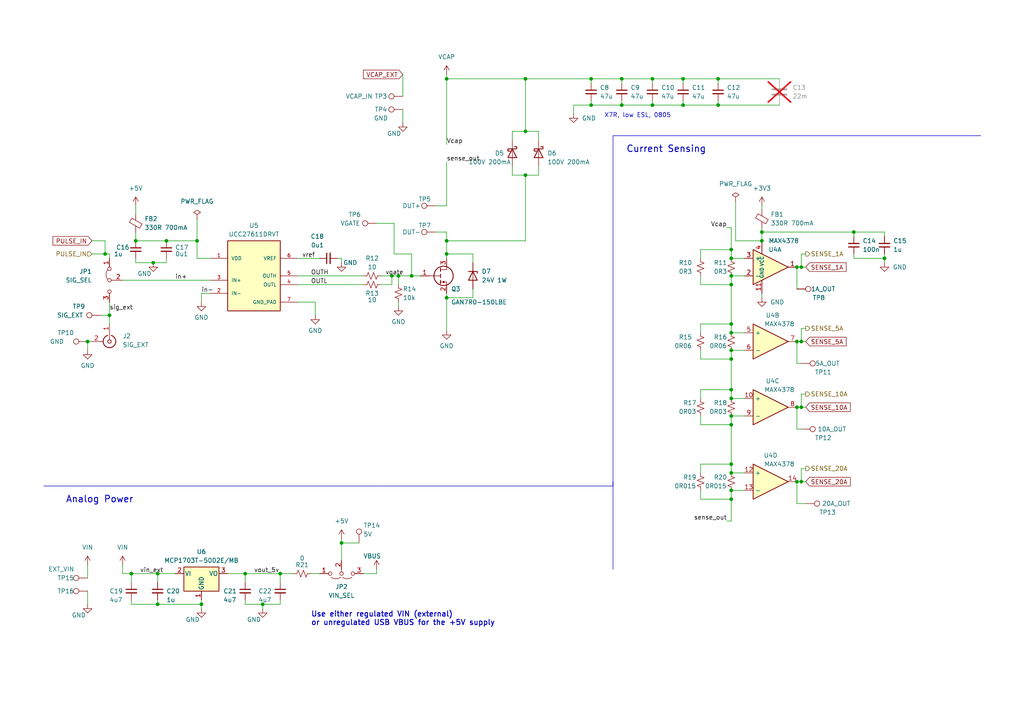
<source format=kicad_sch>
(kicad_sch (version 20231120) (generator "eeschema") (generator_version "8.0")
  (paper "A4")
  (lib_symbols
    (symbol "Connector:Conn_Coaxial" (pin_names (offset 1.016) hide)
      (property "Reference" "J" (at 0.254 3.048 0))
      (property "Value" "Conn_Coaxial" (at 2.921 0 90))
      (symbol "Conn_Coaxial_0_1"
        (arc (start -1.778 -0.508) (mid 0.2311 -1.8066) (end 1.778 0) (stroke (width 0.254)))
        (polyline (pts (xy -2.54 0) (xy -0.508 0)))
        (polyline (pts (xy 0 -2.54) (xy 0 -1.778)))
        (circle (center 0 0) (radius 0.508) (stroke (width 0.2032)))
        (arc (start 1.778 0) (mid 0.2099 1.8101) (end -1.778 0.508) (stroke (width 0.254)))
      )
      (symbol "Conn_Coaxial_1_1"
        (pin passive line (at -5.08 0 0) (length 2.54) (name "In") (number "1"))
        (pin passive line (at 0 -5.08 90) (length 2.54) (name "Ext") (number "2"))
      )
    )
    (symbol "Connector:TestPoint" (pin_numbers hide) (pin_names (offset 0.762) hide)
      (property "Reference" "TP" (at 0 6.858 0))
      (property "Value" "TestPoint" (at 0 5.08 0))
      (symbol "TestPoint_0_1"
        (circle (center 0 3.302) (radius 0.762))
      )
      (symbol "TestPoint_1_1"
        (pin passive line (at 0 0 90) (length 2.54) (name "1") (number "1"))
      )
    )
    (symbol "DW_custom_symbols:GAN7R0-150LBE" (pin_names hide)
      (property "Reference" "Q" (at 5.08 1.905 0))
      (property "Value" "GAN7R0-150LBE" (at 5.08 0 0))
      (symbol "GAN7R0-150LBE_0_1"
        (polyline (pts (xy 0.635 0) (xy -2.54 0)))
        (polyline (pts (xy 0.762 -1.27) (xy 0.762 -2.286)) (stroke (width 0.254)))
        (polyline (pts (xy 0.762 0.508) (xy 0.762 -0.508)) (stroke (width 0.254)))
        (polyline (pts (xy 0.762 2.286) (xy 0.762 1.27)) (stroke (width 0.254)))
        (polyline (pts (xy 2.54 1.778) (xy 0.762 1.778)))
        (polyline (pts (xy 2.54 2.54) (xy 2.54 1.778)))
        (polyline (pts (xy 0.762 -1.778) (xy 2.54 -1.778) (xy 2.54 -5.08)))
        (circle (center 1.651 0) (radius 2.794) (stroke (width 0.254)))
      )
      (symbol "GAN7R0-150LBE_1_1"
        (polyline (pts (xy 1.524 -1.524) (xy 2.032 -1.778) (xy 1.524 -2.032) (xy 1.524 -1.524)) (fill (type outline)))
        (pin input line (at -5.08 0 0) (length 2.54) (name "G") (number "1"))
        (pin passive line (at 2.54 -5.08 90) (length 2.54) (name "S") (number "2"))
        (pin passive line (at 2.54 5.08 270) (length 2.54) (name "D") (number "3"))
      )
    )
    (symbol "DW_custom_symbols:MAX4378"
      (property "Reference" "U" (at -10.16 1.27 0))
      (symbol "MAX4378_0_1"
        (polyline (pts (xy 6.35 -1.27) (xy -3.81 3.81) (xy -3.81 -6.35) (xy 6.35 -1.27)) (stroke (width 0.254)) (fill (type background)))
      )
      (symbol "MAX4378_1_1"
        (pin output line (at 8.89 -1.27 180) (length 2.54) (name "~") (number "1"))
        (pin power_in line (at -1.27 -8.89 90) (length 3.81) (name "GND") (number "11"))
        (pin input line (at -6.35 -3.81 0) (length 2.54) (name "-") (number "2"))
        (pin input line (at -6.35 1.27 0) (length 2.54) (name "+") (number "3"))
        (pin power_in line (at -1.27 6.35 270) (length 3.81) (name "VCC") (number "4"))
      )
      (symbol "MAX4378_2_1"
        (pin input line (at -6.35 1.27 0) (length 2.54) (name "+") (number "5"))
        (pin input line (at -6.35 -3.81 0) (length 2.54) (name "-") (number "6"))
        (pin output line (at 8.89 -1.27 180) (length 2.54) (name "") (number "7"))
      )
      (symbol "MAX4378_3_1"
        (pin input line (at -6.35 1.27 0) (length 2.54) (name "+") (number "10"))
        (pin output line (at 8.89 -1.27 180) (length 2.54) (name "") (number "8"))
        (pin input line (at -6.35 -3.81 0) (length 2.54) (name "-") (number "9"))
      )
      (symbol "MAX4378_4_1"
        (pin input line (at -6.35 1.27 0) (length 2.54) (name "+") (number "12"))
        (pin input line (at -6.35 -3.81 0) (length 2.54) (name "-") (number "13"))
        (pin output line (at 8.89 -1.27 180) (length 2.54) (name "") (number "14"))
      )
    )
    (symbol "DW_custom_symbols:UCC27611DRVT" (pin_names (offset 1.016))
      (property "Reference" "U" (at -12.7 11.16 0))
      (property "Value" "UCC27611DRVT" (at -12.7 -14.16 0))
      (symbol "UCC27611DRVT_0_0"
        (rectangle (start -7.62 10.16) (end 7.62 -10.16) (stroke (width 0.254)) (fill (type background)))
        (pin power_in line (at -12.7 5.08 0) (length 5.08) (name "VDD") (number "1"))
        (pin input line (at -12.7 -5.08 0) (length 5.08) (name "IN-") (number "2"))
        (pin input line (at -12.7 -1.27 0) (length 5.08) (name "IN+") (number "3"))
        (pin output line (at 12.7 -2.54 180) (length 5.08) (name "OUTL") (number "4"))
        (pin output line (at 12.7 0 180) (length 5.08) (name "OUTH") (number "5"))
        (pin output line (at 12.7 5.08 180) (length 5.08) (name "VREF") (number "6"))
        (pin power_in line (at 12.7 -7.62 180) (length 5.08) (name "GND_PAD") (number "7"))
      )
    )
    (symbol "DW_custom_symbols:VIN" (power) (pin_names (offset 0))
      (property "Value" "VIN" (at 0 6.35 0))
      (symbol "VIN_0_1"
        (polyline (pts (xy -0.762 1.27) (xy 0 2.54)))
        (polyline (pts (xy 0 0) (xy 0 2.54)))
        (polyline (pts (xy 0 2.54) (xy 0.762 1.27)))
      )
      (symbol "VIN_1_1"
        (pin power_in line (at 0 0 90) (length 0) hide (name "VIN") (number "1"))
      )
    )
    (symbol "Device:C" (pin_numbers hide) (pin_names (offset 0.254))
      (property "Reference" "C" (at 0.635 2.54 0))
      (property "Value" "C" (at 0.635 -2.54 0))
      (symbol "C_0_1"
        (polyline (pts (xy -2.032 -0.762) (xy 2.032 -0.762)) (stroke (width 0.508)))
        (polyline (pts (xy -2.032 0.762) (xy 2.032 0.762)) (stroke (width 0.508)))
      )
      (symbol "C_1_1"
        (pin passive line (at 0 3.81 270) (length 2.794) (name "~") (number "1"))
        (pin passive line (at 0 -3.81 90) (length 2.794) (name "~") (number "2"))
      )
    )
    (symbol "Device:C_Small" (pin_numbers hide) (pin_names (offset 0.254) hide)
      (property "Reference" "C" (at 0.254 1.778 0))
      (property "Value" "C_Small" (at 0.254 -2.032 0))
      (symbol "C_Small_0_1"
        (polyline (pts (xy -1.524 -0.508) (xy 1.524 -0.508)) (stroke (width 0.3302)))
        (polyline (pts (xy -1.524 0.508) (xy 1.524 0.508)) (stroke (width 0.3048)))
      )
      (symbol "C_Small_1_1"
        (pin passive line (at 0 2.54 270) (length 2.032) (name "~") (number "1"))
        (pin passive line (at 0 -2.54 90) (length 2.032) (name "~") (number "2"))
      )
    )
    (symbol "Device:D_Schottky" (pin_numbers hide) (pin_names (offset 1.016) hide)
      (property "Reference" "D" (at 0 2.54 0))
      (property "Value" "D_Schottky" (at 0 -2.54 0))
      (symbol "D_Schottky_0_1"
        (polyline (pts (xy 1.27 0) (xy -1.27 0)))
        (polyline (pts (xy 1.27 1.27) (xy 1.27 -1.27) (xy -1.27 0) (xy 1.27 1.27)) (stroke (width 0.254)))
        (polyline (pts (xy -1.905 0.635) (xy -1.905 1.27) (xy -1.27 1.27) (xy -1.27 -1.27) (xy -0.635 -1.27) (xy -0.635 -0.635)) (stroke (width 0.254)))
      )
      (symbol "D_Schottky_1_1"
        (pin passive line (at -3.81 0 0) (length 2.54) (name "K") (number "1"))
        (pin passive line (at 3.81 0 180) (length 2.54) (name "A") (number "2"))
      )
    )
    (symbol "Device:D_Zener" (pin_numbers hide) (pin_names (offset 1.016) hide)
      (property "Reference" "D" (at 0 2.54 0))
      (property "Value" "D_Zener" (at 0 -2.54 0))
      (symbol "D_Zener_0_1"
        (polyline (pts (xy 1.27 0) (xy -1.27 0)))
        (polyline (pts (xy -1.27 -1.27) (xy -1.27 1.27) (xy -0.762 1.27)) (stroke (width 0.254)))
        (polyline (pts (xy 1.27 -1.27) (xy 1.27 1.27) (xy -1.27 0) (xy 1.27 -1.27)) (stroke (width 0.254)))
      )
      (symbol "D_Zener_1_1"
        (pin passive line (at -3.81 0 0) (length 2.54) (name "K") (number "1"))
        (pin passive line (at 3.81 0 180) (length 2.54) (name "A") (number "2"))
      )
    )
    (symbol "Device:FerriteBead_Small" (pin_numbers hide) (pin_names (offset 0))
      (property "Reference" "FB" (at 1.905 1.27 0))
      (property "Value" "FerriteBead_Small" (at 1.905 -1.27 0))
      (symbol "FerriteBead_Small_0_1"
        (polyline (pts (xy 0 -1.27) (xy 0 -0.7874)))
        (polyline (pts (xy 0 0.889) (xy 0 1.2954)))
        (polyline (pts (xy -1.8288 0.2794) (xy -1.1176 1.4986) (xy 1.8288 -0.2032) (xy 1.1176 -1.4224) (xy -1.8288 0.2794)))
      )
      (symbol "FerriteBead_Small_1_1"
        (pin passive line (at 0 2.54 270) (length 1.27) (name "~") (number "1"))
        (pin passive line (at 0 -2.54 90) (length 1.27) (name "~") (number "2"))
      )
    )
    (symbol "Device:R_Small_US" (pin_numbers hide) (pin_names (offset 0.254) hide)
      (property "Reference" "R" (at 0.762 0.508 0))
      (property "Value" "R_Small_US" (at 0.762 -1.016 0))
      (symbol "R_Small_US_1_1"
        (polyline (pts (xy 0 0) (xy 1.016 -0.381) (xy 0 -0.762) (xy -1.016 -1.143) (xy 0 -1.524)))
        (polyline (pts (xy 0 1.524) (xy 1.016 1.143) (xy 0 0.762) (xy -1.016 0.381) (xy 0 0)))
        (pin passive line (at 0 2.54 270) (length 1.016) (name "~") (number "1"))
        (pin passive line (at 0 -2.54 90) (length 1.016) (name "~") (number "2"))
      )
    )
    (symbol "Jumper:Jumper_3_Bridged12" (pin_names (offset 0) hide)
      (property "Reference" "JP" (at -2.54 -2.54 0))
      (property "Value" "Jumper_3_Bridged12" (at 0 2.794 0))
      (symbol "Jumper_3_Bridged12_0_0"
        (circle (center -3.302 0) (radius 0.508))
        (circle (center 0 0) (radius 0.508))
        (circle (center 3.302 0) (radius 0.508))
      )
      (symbol "Jumper_3_Bridged12_0_1"
        (arc (start -0.254 0.508) (mid -1.651 0.9912) (end -3.048 0.508))
        (polyline (pts (xy 0 -1.27) (xy 0 -0.508)))
      )
      (symbol "Jumper_3_Bridged12_1_1"
        (pin passive line (at -6.35 0 0) (length 2.54) (name "A") (number "1"))
        (pin passive line (at 0 -3.81 90) (length 2.54) (name "C") (number "2"))
        (pin passive line (at 6.35 0 180) (length 2.54) (name "B") (number "3"))
      )
    )
    (symbol "Jumper:Jumper_3_Open" (pin_names (offset 0) hide)
      (property "Reference" "JP" (at -2.54 -2.54 0))
      (property "Value" "Jumper_3_Open" (at 0 2.794 0))
      (symbol "Jumper_3_Open_0_0"
        (circle (center -3.302 0) (radius 0.508))
        (circle (center 0 0) (radius 0.508))
        (circle (center 3.302 0) (radius 0.508))
      )
      (symbol "Jumper_3_Open_0_1"
        (arc (start -0.254 1.016) (mid -1.651 1.4992) (end -3.048 1.016))
        (polyline (pts (xy 0 -0.508) (xy 0 -1.27)))
        (arc (start 3.048 1.016) (mid 1.651 1.4992) (end 0.254 1.016))
      )
      (symbol "Jumper_3_Open_1_1"
        (pin passive line (at -6.35 0 0) (length 2.54) (name "A") (number "1"))
        (pin passive line (at 0 -3.81 90) (length 2.54) (name "C") (number "2"))
        (pin passive line (at 6.35 0 180) (length 2.54) (name "B") (number "3"))
      )
    )
    (symbol "Regulator_Linear:MCP1703Ax-500xxMB" (pin_names (offset 0.254))
      (property "Reference" "U" (at -3.81 3.175 0))
      (property "Value" "MCP1703Ax-500xxMB" (at 0 3.175 0))
      (symbol "MCP1703Ax-500xxMB_0_1"
        (rectangle (start -5.08 -5.08) (end 5.08 1.905) (stroke (width 0.254)) (fill (type background)))
      )
      (symbol "MCP1703Ax-500xxMB_1_1"
        (pin power_in line (at 0 -7.62 90) (length 2.54) (name "GND") (number "1"))
        (pin power_in line (at -7.62 0 0) (length 2.54) (name "VI") (number "2"))
        (pin power_out line (at 7.62 0 180) (length 2.54) (name "VO") (number "3"))
      )
    )
    (symbol "VBUS_1" (power) (pin_names (offset 0))
      (property "Value" "VBUS_1" (at 0 5.08 0))
      (symbol "VBUS_1_0_1"
        (polyline (pts (xy -0.762 1.27) (xy 0 2.54)))
        (polyline (pts (xy 0 0) (xy 0 2.54)))
        (polyline (pts (xy 0 2.54) (xy 0.762 1.27)))
      )
      (symbol "VBUS_1_1_1"
        (pin power_in line (at 0 0 90) (length 0) hide (name "VCAP") (number "1"))
      )
    )
    (symbol "power:+3V3" (power) (pin_names (offset 0))
      (property "Value" "+3V3" (at 0 3.556 0))
      (symbol "+3V3_0_1"
        (polyline (pts (xy -0.762 1.27) (xy 0 2.54)))
        (polyline (pts (xy 0 0) (xy 0 2.54)))
        (polyline (pts (xy 0 2.54) (xy 0.762 1.27)))
      )
      (symbol "+3V3_1_1"
        (pin power_in line (at 0 0 90) (length 0) hide (name "+3V3") (number "1"))
      )
    )
    (symbol "power:+5V" (power) (pin_names (offset 0))
      (property "Value" "+5V" (at 0 3.556 0))
      (symbol "+5V_0_1"
        (polyline (pts (xy -0.762 1.27) (xy 0 2.54)))
        (polyline (pts (xy 0 0) (xy 0 2.54)))
        (polyline (pts (xy 0 2.54) (xy 0.762 1.27)))
      )
      (symbol "+5V_1_1"
        (pin power_in line (at 0 0 90) (length 0) hide (name "+5V") (number "1"))
      )
    )
    (symbol "power:GND" (power) (pin_names (offset 0))
      (property "Value" "GND" (at 0 -3.81 0))
      (symbol "GND_0_1"
        (polyline (pts (xy 0 0) (xy 0 -1.27) (xy 1.27 -1.27) (xy 0 -2.54) (xy -1.27 -1.27) (xy 0 -1.27)))
      )
      (symbol "GND_1_1"
        (pin power_in line (at 0 0 270) (length 0) hide (name "GND") (number "1"))
      )
    )
    (symbol "power:PWR_FLAG" (power) (pin_numbers hide) (pin_names (offset 0) hide)
      (property "Value" "PWR_FLAG" (at 0 3.81 0))
      (symbol "PWR_FLAG_0_0"
        (pin power_out line (at 0 0 90) (length 0) (name "pwr") (number "1"))
      )
      (symbol "PWR_FLAG_0_1"
        (polyline (pts (xy 0 0) (xy 0 1.27) (xy -1.016 1.905) (xy 0 2.54) (xy 1.016 1.905) (xy 0 1.27)))
      )
    )
    (symbol "power:VBUS" (power) (pin_names (offset 0))
      (property "Value" "VBUS" (at 0 3.81 0))
      (symbol "VBUS_0_1"
        (polyline (pts (xy -0.762 1.27) (xy 0 2.54)))
        (polyline (pts (xy 0 0) (xy 0 2.54)))
        (polyline (pts (xy 0 2.54) (xy 0.762 1.27)))
      )
      (symbol "VBUS_1_1"
        (pin power_in line (at 0 0 90) (length 0) hide (name "VBUS") (number "1"))
      )
    )
  )
  (junction (at 256.54 74.93))
  (junction (at 81.28 166.37))
  (junction (at 45.72 166.37))
  (junction (at 180.34 30.48))
  (junction (at 129.54 69.85))
  (junction (at 231.14 99.06))
  (junction (at 152.4 22.86))
  (junction (at 38.1 166.37))
  (junction (at 212.09 144.78))
  (junction (at 212.09 104.14))
  (junction (at 212.09 80.01))
  (junction (at 99.06 157.48))
  (junction (at 129.54 22.86))
  (junction (at 39.37 69.85))
  (junction (at 25.4 99.06))
  (junction (at 232.41 139.7))
  (junction (at 212.09 96.52))
  (junction (at 212.09 113.03))
  (junction (at 57.15 69.85))
  (junction (at 129.54 73.66))
  (junction (at 212.09 142.24))
  (junction (at 180.34 22.86))
  (junction (at 212.09 101.6))
  (junction (at 30.48 73.66))
  (junction (at 212.09 134.62))
  (junction (at 247.65 67.31))
  (junction (at 129.54 86.36))
  (junction (at 198.12 30.48))
  (junction (at 212.09 93.98))
  (junction (at 152.4 50.8))
  (junction (at 113.665 80.01))
  (junction (at 189.23 22.86))
  (junction (at 115.57 80.01))
  (junction (at 189.23 30.48))
  (junction (at 48.26 69.85))
  (junction (at 208.28 30.48))
  (junction (at 212.09 72.39))
  (junction (at 212.09 120.65))
  (junction (at 208.28 22.86))
  (junction (at 212.09 137.16))
  (junction (at 212.09 123.19))
  (junction (at 119.38 80.01))
  (junction (at 220.98 69.85))
  (junction (at 231.14 118.11))
  (junction (at 232.41 77.47))
  (junction (at 58.42 175.26))
  (junction (at 71.12 166.37))
  (junction (at 198.12 22.86))
  (junction (at 152.4 38.1))
  (junction (at 232.41 118.11))
  (junction (at 45.72 175.26))
  (junction (at 171.45 30.48))
  (junction (at 212.09 74.93))
  (junction (at 232.41 99.06))
  (junction (at 44.45 76.2))
  (junction (at 171.45 22.86))
  (junction (at 212.09 115.57))
  (junction (at 231.14 77.47))
  (junction (at 212.09 82.55))
  (junction (at 31.75 91.44))
  (junction (at 231.14 139.7))
  (junction (at 76.2 175.26))
  (junction (at 220.98 67.31))
  (wire (pts (xy 152.4 69.85) (xy 129.54 69.85)))
  (wire (pts (xy 212.09 66.04) (xy 212.09 72.39)))
  (wire (pts (xy 233.68 99.06) (xy 232.41 99.06)))
  (wire (pts (xy 189.23 30.48) (xy 180.34 30.48)))
  (wire (pts (xy 212.09 120.65) (xy 212.09 123.19)))
  (wire (pts (xy 152.4 22.86) (xy 171.45 22.86)))
  (wire (pts (xy 110.49 82.55) (xy 113.665 82.55)))
  (wire (pts (xy 39.37 59.69) (xy 39.37 62.23)))
  (wire (pts (xy 148.59 50.8) (xy 152.4 50.8)))
  (wire (pts (xy 166.37 30.48) (xy 166.37 33.02)))
  (wire (pts (xy 180.34 22.86) (xy 180.34 24.13)))
  (wire (pts (xy 220.98 85.09) (xy 220.98 86.36)))
  (wire (pts (xy 148.59 38.1) (xy 152.4 38.1)))
  (wire (pts (xy 109.22 64.77) (xy 114.3 64.77)))
  (polyline (pts (xy 284.48 39.37) (xy 177.8 39.37)))
  (wire (pts (xy 203.2 123.19) (xy 212.09 123.19)))
  (wire (pts (xy 231.14 77.47) (xy 231.14 83.82)))
  (wire (pts (xy 220.98 67.31) (xy 220.98 69.85)))
  (wire (pts (xy 38.1 166.37) (xy 38.1 168.91)))
  (wire (pts (xy 114.3 64.77) (xy 114.3 73.66)))
  (wire (pts (xy 148.59 48.26) (xy 148.59 50.8)))
  (wire (pts (xy 180.34 29.21) (xy 180.34 30.48)))
  (wire (pts (xy 115.57 88.9) (xy 115.57 87.63)))
  (wire (pts (xy 212.09 123.19) (xy 212.09 134.62)))
  (wire (pts (xy 76.2 175.26) (xy 81.28 175.26)))
  (wire (pts (xy 26.67 73.66) (xy 30.48 73.66)))
  (wire (pts (xy 203.2 72.39) (xy 212.09 72.39)))
  (wire (pts (xy 232.41 135.89) (xy 232.41 139.7)))
  (wire (pts (xy 203.2 113.03) (xy 212.09 113.03)))
  (wire (pts (xy 58.42 173.99) (xy 58.42 175.26)))
  (wire (pts (xy 232.41 99.06) (xy 231.14 99.06)))
  (wire (pts (xy 99.06 156.21) (xy 99.06 157.48)))
  (wire (pts (xy 208.28 30.48) (xy 226.06 30.48)))
  (wire (pts (xy 198.12 29.21) (xy 198.12 30.48)))
  (wire (pts (xy 44.45 76.2) (xy 48.26 76.2)))
  (wire (pts (xy 232.41 95.25) (xy 232.41 99.06)))
  (wire (pts (xy 171.45 22.86) (xy 171.45 24.13)))
  (wire (pts (xy 203.2 115.57) (xy 203.2 113.03)))
  (wire (pts (xy 171.45 30.48) (xy 166.37 30.48)))
  (wire (pts (xy 212.09 104.14) (xy 212.09 113.03)))
  (wire (pts (xy 212.09 93.98) (xy 212.09 96.52)))
  (wire (pts (xy 203.2 101.6) (xy 203.2 104.14)))
  (wire (pts (xy 152.4 50.8) (xy 152.4 69.85)))
  (wire (pts (xy 212.09 82.55) (xy 212.09 93.98)))
  (wire (pts (xy 208.28 22.86) (xy 226.06 22.86)))
  (wire (pts (xy 129.54 46.99) (xy 129.54 59.69)))
  (wire (pts (xy 212.09 72.39) (xy 212.09 74.93)))
  (wire (pts (xy 119.38 73.66) (xy 119.38 80.01)))
  (wire (pts (xy 189.23 22.86) (xy 198.12 22.86)))
  (wire (pts (xy 210.82 66.04) (xy 212.09 66.04)))
  (wire (pts (xy 212.09 137.16) (xy 215.9 137.16)))
  (wire (pts (xy 81.28 173.99) (xy 81.28 175.26)))
  (wire (pts (xy 81.28 166.37) (xy 81.28 168.91)))
  (wire (pts (xy 137.16 83.82) (xy 137.16 86.36)))
  (wire (pts (xy 212.09 80.01) (xy 212.09 82.55)))
  (wire (pts (xy 208.28 22.86) (xy 198.12 22.86)))
  (wire (pts (xy 233.68 118.11) (xy 232.41 118.11)))
  (wire (pts (xy 232.41 73.66) (xy 232.41 77.47)))
  (wire (pts (xy 156.21 38.1) (xy 156.21 40.64)))
  (wire (pts (xy 129.54 73.66) (xy 137.16 73.66)))
  (wire (pts (xy 66.04 166.37) (xy 71.12 166.37)))
  (wire (pts (xy 232.41 77.47) (xy 231.14 77.47)))
  (wire (pts (xy 35.56 166.37) (xy 38.1 166.37)))
  (wire (pts (xy 203.2 120.65) (xy 203.2 123.19)))
  (wire (pts (xy 113.665 82.55) (xy 113.665 80.01)))
  (wire (pts (xy 25.4 99.06) (xy 26.67 99.06)))
  (wire (pts (xy 232.41 105.41) (xy 231.14 105.41)))
  (wire (pts (xy 115.57 80.01) (xy 115.57 82.55)))
  (wire (pts (xy 189.23 29.21) (xy 189.23 30.48)))
  (wire (pts (xy 57.15 74.93) (xy 57.15 69.85)))
  (wire (pts (xy 30.48 73.66) (xy 31.75 73.66)))
  (wire (pts (xy 39.37 76.2) (xy 44.45 76.2)))
  (wire (pts (xy 25.4 101.6) (xy 25.4 99.06)))
  (wire (pts (xy 233.68 73.66) (xy 232.41 73.66)))
  (wire (pts (xy 198.12 22.86) (xy 198.12 24.13)))
  (wire (pts (xy 233.68 95.25) (xy 232.41 95.25)))
  (wire (pts (xy 126.365 67.31) (xy 129.54 67.31)))
  (wire (pts (xy 58.42 87.63) (xy 58.42 85.09)))
  (polyline (pts (xy 177.8 140.97) (xy 177.8 139.7)))
  (wire (pts (xy 152.4 22.86) (xy 152.4 38.1)))
  (wire (pts (xy 71.12 175.26) (xy 76.2 175.26)))
  (wire (pts (xy 25.4 171.45) (xy 25.4 175.26)))
  (wire (pts (xy 233.68 139.7) (xy 232.41 139.7)))
  (wire (pts (xy 114.3 73.66) (xy 119.38 73.66)))
  (wire (pts (xy 71.12 173.99) (xy 71.12 175.26)))
  (wire (pts (xy 109.22 165.1) (xy 109.22 166.37)))
  (wire (pts (xy 25.4 163.83) (xy 25.4 167.64)))
  (wire (pts (xy 90.17 166.37) (xy 92.71 166.37)))
  (wire (pts (xy 212.09 80.01) (xy 215.9 80.01)))
  (wire (pts (xy 203.2 144.78) (xy 212.09 144.78)))
  (wire (pts (xy 58.42 85.09) (xy 60.96 85.09)))
  (wire (pts (xy 129.54 22.86) (xy 129.54 41.91)))
  (wire (pts (xy 232.41 124.46) (xy 231.14 124.46)))
  (wire (pts (xy 26.67 69.85) (xy 30.48 69.85)))
  (wire (pts (xy 91.44 87.63) (xy 91.44 91.44)))
  (wire (pts (xy 212.09 134.62) (xy 212.09 137.16)))
  (wire (pts (xy 45.72 166.37) (xy 45.72 168.91)))
  (wire (pts (xy 208.28 29.21) (xy 208.28 30.48)))
  (wire (pts (xy 212.09 151.13) (xy 212.09 144.78)))
  (wire (pts (xy 104.14 157.48) (xy 99.06 157.48)))
  (wire (pts (xy 212.09 74.93) (xy 215.9 74.93)))
  (wire (pts (xy 203.2 74.93) (xy 203.2 72.39)))
  (wire (pts (xy 213.36 58.42) (xy 213.36 69.85)))
  (wire (pts (xy 57.15 63.5) (xy 57.15 69.85)))
  (wire (pts (xy 231.14 105.41) (xy 231.14 99.06)))
  (wire (pts (xy 109.22 166.37) (xy 105.41 166.37)))
  (wire (pts (xy 220.98 66.04) (xy 220.98 67.31)))
  (wire (pts (xy 203.2 93.98) (xy 212.09 93.98)))
  (wire (pts (xy 256.54 74.93) (xy 256.54 76.2)))
  (wire (pts (xy 48.26 69.85) (xy 57.15 69.85)))
  (wire (pts (xy 171.45 29.21) (xy 171.45 30.48)))
  (wire (pts (xy 71.12 166.37) (xy 71.12 168.91)))
  (wire (pts (xy 203.2 82.55) (xy 212.09 82.55)))
  (wire (pts (xy 38.1 166.37) (xy 45.72 166.37)))
  (wire (pts (xy 113.665 80.01) (xy 115.57 80.01)))
  (wire (pts (xy 212.09 96.52) (xy 215.9 96.52)))
  (wire (pts (xy 212.09 120.65) (xy 215.9 120.65)))
  (wire (pts (xy 220.98 59.69) (xy 220.98 60.96)))
  (wire (pts (xy 29.21 91.44) (xy 31.75 91.44)))
  (wire (pts (xy 233.68 146.05) (xy 231.14 146.05)))
  (wire (pts (xy 231.14 139.7) (xy 231.14 146.05)))
  (wire (pts (xy 71.12 166.37) (xy 81.28 166.37)))
  (wire (pts (xy 180.34 22.86) (xy 189.23 22.86)))
  (wire (pts (xy 31.75 91.44) (xy 31.75 93.98)))
  (wire (pts (xy 129.54 86.36) (xy 137.16 86.36)))
  (wire (pts (xy 212.09 101.6) (xy 215.9 101.6)))
  (wire (pts (xy 129.54 69.85) (xy 129.54 73.66)))
  (wire (pts (xy 233.68 77.47) (xy 232.41 77.47)))
  (wire (pts (xy 137.16 73.66) (xy 137.16 76.2)))
  (wire (pts (xy 247.65 73.66) (xy 247.65 74.93)))
  (wire (pts (xy 212.09 115.57) (xy 215.9 115.57)))
  (wire (pts (xy 212.09 113.03) (xy 212.09 115.57)))
  (wire (pts (xy 31.75 91.44) (xy 31.75 87.63)))
  (wire (pts (xy 39.37 67.31) (xy 39.37 69.85)))
  (wire (pts (xy 45.72 173.99) (xy 45.72 175.26)))
  (wire (pts (xy 232.41 118.11) (xy 231.14 118.11)))
  (wire (pts (xy 31.75 73.66) (xy 31.75 74.93)))
  (wire (pts (xy 129.54 73.66) (xy 129.54 74.93)))
  (wire (pts (xy 180.34 30.48) (xy 171.45 30.48)))
  (wire (pts (xy 30.48 69.85) (xy 30.48 73.66)))
  (wire (pts (xy 247.65 67.31) (xy 247.65 68.58)))
  (wire (pts (xy 210.82 151.13) (xy 212.09 151.13)))
  (wire (pts (xy 119.38 80.01) (xy 121.92 80.01)))
  (polyline (pts (xy 12.7 140.97) (xy 107.95 140.97)))
  (wire (pts (xy 129.54 86.36) (xy 129.54 95.885)))
  (wire (pts (xy 203.2 96.52) (xy 203.2 93.98)))
  (wire (pts (xy 256.54 73.66) (xy 256.54 74.93)))
  (wire (pts (xy 129.54 85.09) (xy 129.54 86.36)))
  (wire (pts (xy 35.56 81.28) (xy 60.96 81.28)))
  (wire (pts (xy 152.4 38.1) (xy 156.21 38.1)))
  (wire (pts (xy 189.23 22.86) (xy 189.23 24.13)))
  (wire (pts (xy 48.26 76.2) (xy 48.26 74.93)))
  (wire (pts (xy 76.2 175.26) (xy 76.2 176.53)))
  (wire (pts (xy 233.68 114.3) (xy 232.41 114.3)))
  (wire (pts (xy 45.72 166.37) (xy 50.8 166.37)))
  (wire (pts (xy 116.84 31.75) (xy 116.84 35.56)))
  (wire (pts (xy 126.365 59.69) (xy 129.54 59.69)))
  (wire (pts (xy 86.36 82.55) (xy 105.41 82.55)))
  (wire (pts (xy 129.54 67.31) (xy 129.54 69.85)))
  (wire (pts (xy 39.37 69.85) (xy 48.26 69.85)))
  (wire (pts (xy 256.54 68.58) (xy 256.54 67.31)))
  (polyline (pts (xy 177.8 39.37) (xy 177.8 165.1)))
  (wire (pts (xy 232.41 114.3) (xy 232.41 118.11)))
  (wire (pts (xy 156.21 48.26) (xy 156.21 50.8)))
  (wire (pts (xy 115.57 80.01) (xy 119.38 80.01)))
  (wire (pts (xy 203.2 104.14) (xy 212.09 104.14)))
  (wire (pts (xy 99.06 157.48) (xy 99.06 162.56)))
  (wire (pts (xy 203.2 142.24) (xy 203.2 144.78)))
  (wire (pts (xy 39.37 74.93) (xy 39.37 76.2)))
  (wire (pts (xy 256.54 67.31) (xy 247.65 67.31)))
  (wire (pts (xy 208.28 24.13) (xy 208.28 22.86)))
  (wire (pts (xy 203.2 134.62) (xy 212.09 134.62)))
  (wire (pts (xy 99.06 74.93) (xy 99.06 76.2)))
  (wire (pts (xy 152.4 50.8) (xy 156.21 50.8)))
  (wire (pts (xy 35.56 163.83) (xy 35.56 166.37)))
  (wire (pts (xy 171.45 22.86) (xy 180.34 22.86)))
  (wire (pts (xy 58.42 175.26) (xy 58.42 176.53)))
  (wire (pts (xy 247.65 74.93) (xy 256.54 74.93)))
  (wire (pts (xy 86.36 87.63) (xy 91.44 87.63)))
  (wire (pts (xy 81.28 166.37) (xy 85.09 166.37)))
  (wire (pts (xy 212.09 142.24) (xy 215.9 142.24)))
  (wire (pts (xy 86.36 74.93) (xy 92.71 74.93)))
  (wire (pts (xy 129.54 21.59) (xy 129.54 22.86)))
  (wire (pts (xy 86.36 80.01) (xy 105.41 80.01)))
  (wire (pts (xy 38.1 175.26) (xy 45.72 175.26)))
  (wire (pts (xy 116.84 21.59) (xy 116.84 27.94)))
  (wire (pts (xy 60.96 74.93) (xy 57.15 74.93)))
  (wire (pts (xy 231.14 124.46) (xy 231.14 118.11)))
  (wire (pts (xy 213.36 69.85) (xy 220.98 69.85)))
  (wire (pts (xy 220.98 67.31) (xy 247.65 67.31)))
  (wire (pts (xy 233.68 135.89) (xy 232.41 135.89)))
  (wire (pts (xy 212.09 101.6) (xy 212.09 104.14)))
  (wire (pts (xy 198.12 30.48) (xy 189.23 30.48)))
  (wire (pts (xy 208.28 30.48) (xy 198.12 30.48)))
  (wire (pts (xy 97.79 74.93) (xy 99.06 74.93)))
  (wire (pts (xy 203.2 137.16) (xy 203.2 134.62)))
  (wire (pts (xy 148.59 40.64) (xy 148.59 38.1)))
  (wire (pts (xy 212.09 144.78) (xy 212.09 142.24)))
  (wire (pts (xy 45.72 175.26) (xy 58.42 175.26)))
  (wire (pts (xy 38.1 173.99) (xy 38.1 175.26)))
  (wire (pts (xy 129.54 22.86) (xy 152.4 22.86)))
  (wire (pts (xy 110.49 80.01) (xy 113.665 80.01)))
  (polyline (pts (xy 107.95 140.97) (xy 177.8 140.97)))
  (wire (pts (xy 232.41 139.7) (xy 231.14 139.7)))
  (wire (pts (xy 203.2 80.01) (xy 203.2 82.55)))
  (text "Use either regulated VIN (external) \nor unregulated USB VBUS for the +5V supply" (at 90.17 181.61 0) (effects (font (size 1.524 1.524) (thickness 0.254) (bold yes)) (justify left bottom)))
  (text "Current Sensing" (at 181.61 44.45 0) (effects (font (size 1.905 1.905) (thickness 0.254) (bold yes)) (justify left bottom)))
  (text "X7R, low ESL, 0805" (at 175.26 34.29 0) (effects (font (size 1.27 1.27)) (justify left bottom)))
  (text "Analog Power" (at 19.05 146.05 0) (effects (font (size 1.905 1.905) (thickness 0.254) (bold yes)) (justify left bottom)))
  (label "vout_5v" (at 73.66 166.37 0))
  (label "OUTH" (at 90.17 80.01 0))
  (label "in+" (at 50.8 81.28 0))
  (label "vgate" (at 111.76 80.01 0))
  (label "OUTL" (at 90.17 82.55 0))
  (label "vref" (at 87.63 74.93 0))
  (label "Vcap" (at 210.82 66.04 180))
  (label "sig_ext" (at 31.75 90.17 0))
  (label "vin_ext" (at 40.64 166.37 0))
  (label "Vcap" (at 129.54 41.91 0))
  (label "sense_out" (at 210.82 151.13 180))
  (label "in-" (at 58.42 85.09 0))
  (label "sense_out" (at 129.54 46.99 0))
  (global_label "SENSE_20A" (shape input) (at 233.68 139.7 0) (property "Intersheetrefs" "${INTERSHEET_REFS}" (effects (hide yes))))
  (global_label "PULSE_IN" (shape input) (at 26.67 69.85 180) (property "Intersheetrefs" "${INTERSHEET_REFS}" (effects (hide yes))))
  (global_label "VCAP_EXT" (shape input) (at 116.84 21.59 180) (property "Intersheetrefs" "${INTERSHEET_REFS}" (effects (hide yes))))
  (global_label "SENSE_1A" (shape input) (at 233.68 77.47 0) (property "Intersheetrefs" "${INTERSHEET_REFS}" (effects (hide yes))))
  (global_label "SENSE_10A" (shape input) (at 233.68 118.11 0) (property "Intersheetrefs" "${INTERSHEET_REFS}" (effects (hide yes))))
  (global_label "SENSE_5A" (shape input) (at 233.68 99.06 0) (property "Intersheetrefs" "${INTERSHEET_REFS}" (effects (hide yes))))
  (hierarchical_label "SENSE_10A" (shape output) (at 233.68 114.3 0))
  (hierarchical_label "SENSE_1A" (shape output) (at 233.68 73.66 0))
  (hierarchical_label "PULSE_IN" (shape input) (at 26.67 73.66 180))
  (hierarchical_label "SENSE_20A" (shape output) (at 233.68 135.89 0))
  (hierarchical_label "SENSE_5A" (shape output) (at 233.68 95.25 0))
  (symbol (lib_id "Connector:TestPoint") (at 126.365 67.31 90) (unit 1)
    (property "Reference" "TP7" (at 123.19 65.405 90))
    (property "Value" "DUT-" (at 119.38 67.31 90))
    (property "Footprint" "DW_Library:Keystone-1502-2" (effects (hide yes)))
  )
  (symbol (lib_id "Jumper:Jumper_3_Bridged12") (at 31.75 81.28 90) (mirror x) (unit 1)
    (property "Reference" "JP1" (at 26.67 78.74 90) (effects (justify left)))
    (property "Value" "SIG_SEL" (at 26.67 81.28 90) (effects (justify left)))
    (property "Footprint" "Connector_PinHeader_2.54mm:PinHeader_1x03_P2.54mm_Vertical" (effects (hide yes)))
  )
  (symbol (lib_id "Device:C_Small") (at 208.28 26.67 0) (unit 1)
    (property "Reference" "C12" (at 210.82 25.4063 0) (effects (justify left)))
    (property "Value" "47u" (at 210.82 27.9463 0) (effects (justify left)))
    (property "Footprint" "Capacitor_SMD:C_2220_5650Metric" (effects (hide yes)))
    (property "Part No." "C5750X7R1V476M230KC" (effects (hide yes)))
  )
  (symbol (lib_id "Device:R_Small_US") (at 107.95 82.55 90) (unit 1)
    (property "Reference" "R13" (at 107.95 85.09 90))
    (property "Value" "10" (at 107.95 86.995 90))
    (property "Footprint" "Resistor_SMD:R_0805_2012Metric_Pad1.20x1.40mm_HandSolder" (effects (hide yes)))
  )
  (symbol (lib_id "power:+5V") (at 99.06 156.21 0) (unit 1)
    (property "Reference" "#PWR037" (effects (hide yes)))
    (property "Value" "+5V" (at 99.06 151.13 0))
  )
  (symbol (lib_id "Device:C_Small") (at 81.28 171.45 0) (unit 1)
    (property "Reference" "C22" (at 74.93 171.45 0) (effects (justify left)))
    (property "Value" "4u7" (at 74.93 173.99 0) (effects (justify left)))
    (property "Footprint" "Capacitor_SMD:C_0805_2012Metric_Pad1.18x1.45mm_HandSolder" (effects (hide yes)))
  )
  (symbol (lib_id "Connector:TestPoint") (at 231.14 83.82 270) (unit 1)
    (property "Reference" "TP8" (at 237.49 86.36 90))
    (property "Value" "1A_OUT" (at 238.76 83.82 90))
    (property "Footprint" "DW_Library:Keystone-1502-2" (effects (hide yes)))
  )
  (symbol (lib_id "power:GND") (at 44.45 76.2 0) (unit 1)
    (property "Reference" "#PWR028" (effects (hide yes)))
    (property "Value" "GND" (at 41.91 79.375 0))
  )
  (symbol (lib_id "DW_custom_symbols:VIN") (at 25.4 163.83 0) (unit 1)
    (property "Reference" "#PWR038" (effects (hide yes)))
    (property "Value" "VIN" (at 25.4 158.75 0))
  )
  (symbol (lib_id "DW_custom_symbols:MAX4378") (at 222.25 76.2 0) (unit 1)
    (property "Reference" "U4" (at 224.79 72.39 0))
    (property "Value" "MAX4378" (at 227.33 69.85 0))
    (property "Footprint" "Package_SO:TSSOP-14_4.4x5mm_P0.65mm" (effects (hide yes)))
  )
  (symbol (lib_id "Device:R_Small_US") (at 203.2 99.06 0) (unit 1)
    (property "Reference" "R15" (at 196.85 97.79 0) (effects (justify left)))
    (property "Value" "0R06" (at 195.58 100.33 0) (effects (justify left)))
    (property "Footprint" "Resistor_SMD:R_2010_5025Metric_Pad1.40x2.65mm_HandSolder" (effects (hide yes)))
  )
  (symbol (lib_id "Device:C_Small") (at 95.25 74.93 90) (unit 1)
    (property "Reference" "C18" (at 93.98 68.58 90) (effects (justify left)))
    (property "Value" "0u1" (at 93.98 71.12 90) (effects (justify left)))
    (property "Footprint" "Capacitor_SMD:C_0603_1608Metric_Pad1.08x0.95mm_HandSolder" (effects (hide yes)))
  )
  (symbol (lib_id "DW_custom_symbols:MAX4378") (at 222.25 138.43 0) (unit 4)
    (property "Reference" "U4" (at 223.52 132.08 0))
    (property "Value" "MAX4378" (at 226.06 134.62 0))
    (property "Footprint" "Package_SO:TSSOP-14_4.4x5mm_P0.65mm" (effects (hide yes)))
  )
  (symbol (lib_id "Connector:TestPoint") (at 25.4 171.45 90) (unit 1)
    (property "Reference" "TP16" (at 19.05 171.45 90))
    (property "Value" "GND" (effects (hide yes)))
    (property "Footprint" "DW_Library:Keystone-1502-2" (effects (hide yes)))
  )
  (symbol (lib_id "Connector:TestPoint") (at 232.41 105.41 270) (unit 1)
    (property "Reference" "TP11" (at 238.76 107.95 90))
    (property "Value" "5A_OUT" (at 240.03 105.41 90))
    (property "Footprint" "DW_Library:Keystone-1502-2" (effects (hide yes)))
  )
  (symbol (lib_id "power:VBUS") (at 109.22 165.1 0) (unit 1)
    (property "Reference" "#PWR040" (effects (hide yes)))
    (property "Value" "VBUS" (at 107.95 161.29 0))
  )
  (symbol (lib_id "power:GND") (at 76.2 176.53 0) (unit 1)
    (property "Reference" "#PWR043" (effects (hide yes)))
    (property "Value" "GND" (at 73.66 179.705 0))
  )
  (symbol (lib_id "Device:R_Small_US") (at 115.57 85.09 0) (unit 1)
    (property "Reference" "R14" (at 116.84 83.82 0) (effects (justify left)))
    (property "Value" "10k" (at 116.84 86.36 0) (effects (justify left)))
    (property "Footprint" "Resistor_SMD:R_0603_1608Metric_Pad0.98x0.95mm_HandSolder" (effects (hide yes)))
  )
  (symbol (lib_id "Device:R_Small_US") (at 212.09 118.11 0) (unit 1)
    (property "Reference" "R18" (at 207.01 116.84 0) (effects (justify left)))
    (property "Value" "0R03" (at 205.74 119.38 0) (effects (justify left)))
    (property "Footprint" "Resistor_SMD:R_1206_3216Metric_Pad1.30x1.75mm_HandSolder" (effects (hide yes)))
  )
  (symbol (lib_id "Device:FerriteBead_Small") (at 220.98 63.5 0) (unit 1)
    (property "Reference" "FB1" (at 223.52 62.1919 0) (effects (justify left)))
    (property "Value" "330R 700mA" (at 223.52 64.7319 0) (effects (justify left)))
    (property "Footprint" "Capacitor_SMD:C_0402_1005Metric_Pad0.74x0.62mm_HandSolder" (effects (hide yes)))
  )
  (symbol (lib_id "Device:R_Small_US") (at 107.95 80.01 90) (unit 1)
    (property "Reference" "R12" (at 107.95 74.93 90))
    (property "Value" "10" (at 107.95 77.47 90))
    (property "Footprint" "Resistor_SMD:R_0805_2012Metric_Pad1.20x1.40mm_HandSolder" (effects (hide yes)))
  )
  (symbol (lib_id "power:GND") (at 116.84 35.56 0) (unit 1)
    (property "Reference" "#PWR025" (effects (hide yes)))
    (property "Value" "GND" (at 114.3 38.735 0))
  )
  (symbol (lib_id "Device:D_Schottky") (at 148.59 44.45 270) (unit 1)
    (property "Reference" "D5" (at 143.51 44.45 90) (effects (justify left)))
    (property "Value" "100V 200mA" (at 135.89 46.99 90) (effects (justify left)))
    (property "Footprint" "Diode_SMD:D_SOD-323F" (effects (hide yes)))
  )
  (symbol (lib_id "Connector:TestPoint") (at 104.14 157.48 0) (unit 1)
    (property "Reference" "TP14" (at 105.41 152.4 0) (effects (justify left)))
    (property "Value" "5V" (at 105.41 154.94 0) (effects (justify left)))
    (property "Footprint" "DW_Library:Keystone-1502-2" (effects (hide yes)))
  )
  (symbol (lib_id "Connector:TestPoint") (at 25.4 99.06 90) (unit 1)
    (property "Reference" "TP10" (at 19.05 96.52 90))
    (property "Value" "GND" (at 16.51 99.06 90))
    (property "Footprint" "DW_Library:Keystone-1502-2" (effects (hide yes)))
  )
  (symbol (lib_id "DW_custom_symbols:UCC27611DRVT") (at 73.66 80.01 0) (unit 1)
    (property "Reference" "U5" (at 73.66 65.405 0))
    (property "Value" "UCC27611DRVT" (at 73.66 67.945 0))
    (property "Footprint" "DW_Library:UCC27611DRVT" (effects (hide yes)))
    (property "MF" "Texas Instruments" (effects (hide yes)))
    (property "MOUSER-PURCHASE-URL" "https://snapeda.com/shop?store=Mouser&id=525421" (effects (hide yes)))
    (property "DESCRIPTION" "4-A/6-A single-channel gate driver with 4-V UVLO and 5-V regulated output 6-WSON -40 to 140" (effects (hide yes)))
    (property "PACKAGE" "WSON-6 Texas Instruments" (effects (hide yes)))
    (property "PRICE" "None" (effects (hide yes)))
    (property "MP" "UCC27611DRVT" (effects (hide yes)))
    (property "TEXAS_INSTRUMENTS-PURCHASE-URL" "https://snapeda.com/shop?store=Texas+Instruments&id=525421" (effects (hide yes)))
    (property "AVAILABILITY" "Warning" (effects (hide yes)))
    (property "DIGIKEY-PURCHASE-URL" "https://snapeda.com/shop?store=DigiKey&id=525421" (effects (hide yes)))
  )
  (symbol (lib_id "Device:C_Small") (at 189.23 26.67 0) (unit 1)
    (property "Reference" "C10" (at 191.77 25.4063 0) (effects (justify left)))
    (property "Value" "47u" (at 191.77 27.9463 0) (effects (justify left)))
    (property "Footprint" "Capacitor_SMD:C_2220_5650Metric" (effects (hide yes)))
    (property "Part No." "C5750X7R1V476M230KC" (effects (hide yes)))
  )
  (symbol (lib_id "Device:R_Small_US") (at 87.63 166.37 270) (unit 1)
    (property "Reference" "R21" (at 87.63 163.83 90))
    (property "Value" "0" (at 87.63 161.925 90))
    (property "Footprint" "Resistor_SMD:R_0603_1608Metric_Pad0.98x0.95mm_HandSolder" (effects (hide yes)))
  )
  (symbol (lib_id "DW_custom_symbols:VIN") (at 35.56 163.83 0) (unit 1)
    (property "Reference" "#PWR039" (effects (hide yes)))
    (property "Value" "VIN" (at 35.56 158.75 0))
  )
  (symbol (lib_id "power:+3V3") (at 220.98 59.69 0) (unit 1)
    (property "Reference" "#PWR027" (effects (hide yes)))
    (property "Value" "+3V3" (at 220.98 54.61 0))
  )
  (symbol (lib_id "Device:R_Small_US") (at 203.2 139.7 0) (unit 1)
    (property "Reference" "R19" (at 198.12 138.43 0) (effects (justify left)))
    (property "Value" "0R015" (at 195.58 140.97 0) (effects (justify left)))
    (property "Footprint" "Resistor_SMD:R_1206_3216Metric_Pad1.30x1.75mm_HandSolder" (effects (hide yes)))
  )
  (symbol (lib_id "Device:C_Small") (at 39.37 72.39 0) (unit 1)
    (property "Reference" "C16" (at 33.655 71.755 0) (effects (justify left)))
    (property "Value" "1u" (at 33.02 73.66 0) (effects (justify left)))
    (property "Footprint" "Capacitor_SMD:C_0603_1608Metric_Pad1.08x0.95mm_HandSolder" (effects (hide yes)))
  )
  (symbol (lib_id "power:GND") (at 25.4 175.26 0) (unit 1)
    (property "Reference" "#PWR041" (effects (hide yes)))
    (property "Value" "GND" (at 22.86 178.435 0))
  )
  (symbol (lib_id "Device:R_Small_US") (at 212.09 77.47 0) (unit 1)
    (property "Reference" "R11" (at 207.01 76.2 0) (effects (justify left)))
    (property "Value" "0R3" (at 207.01 78.74 0) (effects (justify left)))
    (property "Footprint" "Resistor_SMD:R_2010_5025Metric_Pad1.40x2.65mm_HandSolder" (effects (hide yes)))
  )
  (symbol (lib_id "power:GND") (at 256.54 76.2 0) (unit 1)
    (property "Reference" "#PWR030" (effects (hide yes)))
    (property "Value" "GND" (at 260.985 77.47 0))
  )
  (symbol (lib_id "DW_custom_symbols:MAX4378") (at 222.25 97.79 0) (unit 2)
    (property "Reference" "U4" (at 224.0915 91.44 0))
    (property "Value" "MAX4378" (at 226.06 93.98 0))
    (property "Footprint" "Package_SO:TSSOP-14_4.4x5mm_P0.65mm" (effects (hide yes)))
  )
  (symbol (lib_id "Device:C_Small") (at 48.26 72.39 0) (unit 1)
    (property "Reference" "C17" (at 50.8 71.755 0) (effects (justify left)))
    (property "Value" "0u1" (at 50.8 73.66 0) (effects (justify left)))
    (property "Footprint" "Capacitor_SMD:C_0603_1608Metric_Pad1.08x0.95mm_HandSolder" (effects (hide yes)))
  )
  (symbol (lib_id "power:GND") (at 91.44 91.44 0) (unit 1)
    (property "Reference" "#PWR034" (effects (hide yes)))
    (property "Value" "GND" (at 91.44 95.885 0))
  )
  (symbol (lib_id "power:GND") (at 129.54 95.885 0) (unit 1)
    (property "Reference" "#PWR035" (effects (hide yes)))
    (property "Value" "GND" (at 129.54 100.33 0))
  )
  (symbol (lib_id "power:+5V") (at 39.37 59.69 0) (unit 1)
    (property "Reference" "#PWR026" (effects (hide yes)))
    (property "Value" "+5V" (at 39.37 54.61 0))
  )
  (symbol (lib_id "Device:R_Small_US") (at 212.09 139.7 0) (unit 1)
    (property "Reference" "R20" (at 207.01 138.43 0) (effects (justify left)))
    (property "Value" "0R015" (at 204.47 140.97 0) (effects (justify left)))
    (property "Footprint" "Resistor_SMD:R_1206_3216Metric_Pad1.30x1.75mm_HandSolder" (effects (hide yes)))
  )
  (symbol (lib_id "Connector:TestPoint") (at 126.365 59.69 90) (unit 1)
    (property "Reference" "TP5" (at 123.19 57.785 90))
    (property "Value" "DUT+" (at 119.38 59.69 90))
    (property "Footprint" "DW_Library:Keystone-1502-2" (effects (hide yes)))
  )
  (symbol (lib_id "Regulator_Linear:MCP1703Ax-500xxMB") (at 58.42 166.37 0) (unit 1)
    (property "Reference" "U6" (at 58.42 160.02 0))
    (property "Value" "MCP1703T-5002E/MB" (at 58.42 162.56 0))
    (property "Footprint" "Package_TO_SOT_SMD:SOT-89-3" (effects (hide yes)))
    (property "Datasheet" "http://ww1.microchip.com/downloads/en/DeviceDoc/20005122B.pdf" (effects (hide yes)))
  )
  (symbol (lib_id "Connector:TestPoint") (at 116.84 31.75 90) (unit 1)
    (property "Reference" "TP4" (at 110.49 31.75 90))
    (property "Value" "GND" (at 110.49 34.29 90))
    (property "Footprint" "DW_Library:Keystone-1502-2" (effects (hide yes)))
  )
  (symbol (lib_id "Device:C_Small") (at 247.65 71.12 180) (unit 1)
    (property "Reference" "C14" (at 250.19 69.8436 0) (effects (justify right)))
    (property "Value" "100n" (at 250.19 72.3836 0) (effects (justify right)))
    (property "Footprint" "Capacitor_SMD:C_0603_1608Metric_Pad1.08x0.95mm_HandSolder" (effects (hide yes)))
  )
  (symbol (lib_id "power:GND") (at 58.42 176.53 0) (unit 1)
    (property "Reference" "#PWR042" (effects (hide yes)))
    (property "Value" "GND" (at 55.88 179.705 0))
  )
  (symbol (lib_id "power:PWR_FLAG") (at 213.36 58.42 0) (unit 1)
    (property "Reference" "#FLG04" (effects (hide yes)))
    (property "Value" "PWR_FLAG" (at 213.36 53.34 0))
  )
  (symbol (lib_id "Device:D_Schottky") (at 156.21 44.45 270) (unit 1)
    (property "Reference" "D6" (at 158.75 44.45 90) (effects (justify left)))
    (property "Value" "100V 200mA" (at 158.75 46.99 90) (effects (justify left)))
    (property "Footprint" "Diode_SMD:D_SOD-323F" (effects (hide yes)))
  )
  (symbol (lib_id "Device:R_Small_US") (at 203.2 77.47 0) (unit 1)
    (property "Reference" "R10" (at 196.85 76.2 0) (effects (justify left)))
    (property "Value" "0R3" (at 196.85 78.74 0) (effects (justify left)))
    (property "Footprint" "Resistor_SMD:R_2010_5025Metric_Pad1.40x2.65mm_HandSolder" (effects (hide yes)))
  )
  (symbol (lib_id "power:GND") (at 58.42 87.63 0) (unit 1)
    (property "Reference" "#PWR032" (effects (hide yes)))
    (property "Value" "GND" (at 58.42 92.075 0))
  )
  (symbol (lib_id "power:GND") (at 166.37 33.02 0) (unit 1)
    (property "Reference" "#PWR024" (effects (hide yes)))
    (property "Value" "GND" (at 170.815 34.29 0))
  )
  (symbol (lib_id "power:GND") (at 25.4 101.6 0) (unit 1)
    (property "Reference" "#PWR036" (effects (hide yes)))
    (property "Value" "GND" (at 25.4 106.045 0))
  )
  (symbol (lib_id "Jumper:Jumper_3_Open") (at 99.06 166.37 0) (mirror x) (unit 1)
    (property "Reference" "JP2" (at 99.06 170.18 0))
    (property "Value" "VIN_SEL" (at 99.06 172.72 0))
    (property "Footprint" "Connector_PinHeader_2.54mm:PinHeader_1x03_P2.54mm_Vertical" (effects (hide yes)))
  )
  (symbol (lib_id "DW_custom_symbols:MAX4378") (at 222.25 116.84 0) (unit 3)
    (property "Reference" "U4" (at 224.0915 110.49 0))
    (property "Value" "MAX4378" (at 226.06 113.03 0))
    (property "Footprint" "Package_SO:TSSOP-14_4.4x5mm_P0.65mm" (effects (hide yes)))
  )
  (symbol (lib_id "Device:C_Small") (at 171.45 26.67 0) (unit 1)
    (property "Reference" "C8" (at 173.99 25.4063 0) (effects (justify left)))
    (property "Value" "47u" (at 173.99 27.9463 0) (effects (justify left)))
    (property "Footprint" "Capacitor_SMD:C_2220_5650Metric" (effects (hide yes)))
    (property "Part No." "C5750X7R1V476M230KC" (effects (hide yes)))
  )
  (symbol (lib_id "Device:R_Small_US") (at 203.2 118.11 0) (unit 1)
    (property "Reference" "R17" (at 198.12 116.84 0) (effects (justify left)))
    (property "Value" "0R03" (at 196.85 119.38 0) (effects (justify left)))
    (property "Footprint" "Resistor_SMD:R_1206_3216Metric_Pad1.30x1.75mm_HandSolder" (effects (hide yes)))
  )
  (symbol (lib_id "Device:C_Small") (at 256.54 71.12 180) (unit 1)
    (property "Reference" "C15" (at 259.08 69.8436 0) (effects (justify right)))
    (property "Value" "1u" (at 259.08 72.3836 0) (effects (justify right)))
    (property "Footprint" "Capacitor_SMD:C_0603_1608Metric_Pad1.08x0.95mm_HandSolder" (effects (hide yes)))
  )
  (symbol (lib_id "Connector:TestPoint") (at 29.21 91.44 90) (unit 1)
    (property "Reference" "TP9" (at 22.86 88.9 90))
    (property "Value" "SIG_EXT" (at 20.32 91.44 90))
    (property "Footprint" "DW_Library:Keystone-1502-2" (effects (hide yes)))
  )
  (symbol (lib_id "Device:C_Small") (at 71.12 171.45 0) (unit 1)
    (property "Reference" "C21" (at 64.77 171.45 0) (effects (justify left)))
    (property "Value" "4u7" (at 64.77 173.99 0) (effects (justify left)))
    (property "Footprint" "Capacitor_SMD:C_0805_2012Metric_Pad1.18x1.45mm_HandSolder" (effects (hide yes)))
  )
  (symbol (lib_id "Device:C_Small") (at 45.72 171.45 0) (unit 1)
    (property "Reference" "C20" (at 48.26 171.45 0) (effects (justify left)))
    (property "Value" "1u" (at 48.26 173.99 0) (effects (justify left)))
    (property "Footprint" "Capacitor_SMD:C_0603_1608Metric_Pad1.08x0.95mm_HandSolder" (effects (hide yes)))
  )
  (symbol (lib_id "power:GND") (at 99.06 76.2 0) (unit 1)
    (property "Reference" "#PWR029" (effects (hide yes)))
    (property "Value" "GND" (at 101.6 76.2 0))
  )
  (symbol (lib_id "Device:C") (at 226.06 26.67 0) (unit 1) (dnp yes)
    (property "Reference" "C13" (at 229.87 25.4 0) (effects (justify left)))
    (property "Value" "22m" (at 229.87 27.94 0) (effects (justify left)))
    (property "Footprint" "Capacitor_THT:CP_Radial_D35.0mm_P10.00mm_SnapIn" (effects (hide yes)))
  )
  (symbol (lib_name "VBUS_1") (lib_id "power:VBUS") (at 129.54 21.59 0) (unit 1)
    (property "Reference" "#PWR023" (effects (hide yes)))
    (property "Value" "VCAP" (at 129.54 16.51 0))
  )
  (symbol (lib_id "Connector:TestPoint") (at 232.41 124.46 270) (unit 1)
    (property "Reference" "TP12" (at 238.76 127 90))
    (property "Value" "10A_OUT" (at 241.3 124.46 90))
    (property "Footprint" "DW_Library:Keystone-1502-2" (effects (hide yes)))
  )
  (symbol (lib_id "Connector:Conn_Coaxial") (at 31.75 99.06 270) (unit 1)
    (property "Reference" "J2" (at 35.56 97.4725 90) (effects (justify left)))
    (property "Value" "SIG_EXT" (at 35.56 100.0125 90) (effects (justify left)))
    (property "Footprint" "DW_Library:BNC_Molex_0731375003" (effects (hide yes)))
    (property "Datasheet" " ~" (effects (hide yes)))
  )
  (symbol (lib_id "power:GND") (at 220.98 86.36 0) (unit 1)
    (property "Reference" "#PWR031" (effects (hide yes)))
    (property "Value" "GND" (at 225.425 87.63 0))
  )
  (symbol (lib_id "Device:R_Small_US") (at 212.09 99.06 0) (unit 1)
    (property "Reference" "R16" (at 207.01 97.79 0) (effects (justify left)))
    (property "Value" "0R06" (at 205.74 100.33 0) (effects (justify left)))
    (property "Footprint" "Resistor_SMD:R_2010_5025Metric_Pad1.40x2.65mm_HandSolder" (effects (hide yes)))
  )
  (symbol (lib_id "Device:D_Zener") (at 137.16 80.01 270) (unit 1)
    (property "Reference" "D7" (at 139.7 78.74 90) (effects (justify left)))
    (property "Value" "24V 1W" (at 139.7 81.28 90) (effects (justify left)))
    (property "Footprint" "Diode_SMD:D_SMA" (effects (hide yes)))
  )
  (symbol (lib_id "Connector:TestPoint") (at 109.22 64.77 90) (unit 1)
    (property "Reference" "TP6" (at 102.87 62.23 90))
    (property "Value" "VGATE" (at 101.6 64.77 90))
    (property "Footprint" "DW_Library:Keystone-1502-2" (effects (hide yes)))
  )
  (symbol (lib_id "power:GND") (at 115.57 88.9 0) (unit 1)
    (property "Reference" "#PWR033" (effects (hide yes)))
    (property "Value" "GND" (at 115.57 93.345 0))
  )
  (symbol (lib_id "DW_custom_symbols:GAN7R0-150LBE") (at 127 80.01 0) (unit 1)
    (property "Reference" "Q3" (at 130.81 83.82 0) (effects (justify left)))
    (property "Value" "GAN7R0-150LBE" (at 130.81 87.63 0) (effects (justify left)))
    (property "Footprint" "DW_Library:3-FCLGA_3.2x2.2mm" (effects (hide yes)))
    (property "Datasheet" "https://assets.nexperia.com/documents/data-sheet/GAN7R0-150LBE.pdf" (effects (hide yes)))
    (property "Part" "NXP GAN7R0-150LBE" (effects (hide yes)))
  )
  (symbol (lib_id "Connector:TestPoint") (at 233.68 146.05 270) (unit 1)
    (property "Reference" "TP13" (at 240.03 148.59 90))
    (property "Value" "20A_OUT" (at 242.57 146.05 90))
    (property "Footprint" "DW_Library:Keystone-1502-2" (effects (hide yes)))
  )
  (symbol (lib_id "power:PWR_FLAG") (at 57.15 63.5 0) (unit 1)
    (property "Reference" "#FLG05" (effects (hide yes)))
    (property "Value" "PWR_FLAG" (at 57.15 58.42 0))
  )
  (symbol (lib_id "Device:FerriteBead_Small") (at 39.37 64.77 0) (unit 1)
    (property "Reference" "FB2" (at 41.91 63.4619 0) (effects (justify left)))
    (property "Value" "330R 700mA" (at 41.91 66.0019 0) (effects (justify left)))
    (property "Footprint" "Capacitor_SMD:C_0402_1005Metric_Pad0.74x0.62mm_HandSolder" (effects (hide yes)))
  )
  (symbol (lib_id "Device:C_Small") (at 198.12 26.67 0) (unit 1)
    (property "Reference" "C11" (at 200.66 25.4063 0) (effects (justify left)))
    (property "Value" "47u" (at 200.66 27.9463 0) (effects (justify left)))
    (property "Footprint" "Capacitor_SMD:C_2220_5650Metric" (effects (hide yes)))
    (property "Part No." "C5750X7R1V476M230KC" (effects (hide yes)))
  )
  (symbol (lib_id "Device:C_Small") (at 38.1 171.45 0) (unit 1)
    (property "Reference" "C19" (at 31.75 171.45 0) (effects (justify left)))
    (property "Value" "4u7" (at 31.75 173.99 0) (effects (justify left)))
    (property "Footprint" "Capacitor_SMD:C_0805_2012Metric_Pad1.18x1.45mm_HandSolder" (effects (hide yes)))
  )
  (symbol (lib_id "Connector:TestPoint") (at 25.4 167.64 90) (unit 1)
    (property "Reference" "TP15" (at 19.05 167.64 90))
    (property "Value" "EXT_VIN" (at 17.78 165.1 90))
    (property "Footprint" "DW_Library:Keystone-1502-2" (effects (hide yes)))
  )
  (symbol (lib_id "Connector:TestPoint") (at 116.84 27.94 90) (unit 1)
    (property "Reference" "TP3" (at 110.49 27.94 90))
    (property "Value" "VCAP_IN" (at 104.14 27.94 90))
    (property "Footprint" "DW_Library:Keystone-1502-2" (effects (hide yes)))
  )
  (symbol (lib_id "Device:C_Small") (at 180.34 26.67 0) (unit 1)
    (property "Reference" "C9" (at 182.88 25.4063 0) (effects (justify left)))
    (property "Value" "47u" (at 182.88 27.9463 0) (effects (justify left)))
    (property "Footprint" "Capacitor_SMD:C_2220_5650Metric" (effects (hide yes)))
    (property "Part No." "C5750X7R1V476M230KC" (effects (hide yes)))
  )
)
</source>
